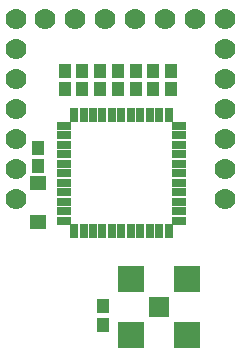
<source format=gts>
*
*
G04 PADS 9.3 Build Number: 433611 generated Gerber (RS-274-X) file*
G04 PC Version=2.1*
*
%IN "GPS.pcb"*%
*
%MOIN*%
*
%FSDAX24Y24*%
*
*
*
*
G04 PC Standard Apertures*
*
*
G04 Thermal Relief Aperture macro.*
%AMTER*
1,1,$1,0,0*
1,0,$1-$2,0,0*
21,0,$3,$4,0,0,45*
21,0,$3,$4,0,0,135*
%
*
*
G04 Annular Aperture macro.*
%AMANN*
1,1,$1,0,0*
1,0,$2,0,0*
%
*
*
G04 Odd Aperture macro.*
%AMODD*
1,1,$1,0,0*
1,0,$1-0.005,0,0*
%
*
*
G04 PC Custom Aperture Macros*
*
*
*
*
*
*
G04 PC Aperture Table*
*
%ADD010C,0.001*%
%ADD016R,0.04X0.048*%
%ADD019C,0.07*%
%ADD021R,0.04937X0.02575*%
%ADD022R,0.02575X0.04937*%
%ADD075R,0.05803X0.04583*%
%ADD076R,0.06984X0.06984*%
%ADD077R,0.0852X0.0852*%
*
*
*
*
G04 PC Circuitry*
G04 Layer Name GPS.pcb - circuitry*
%LPD*%
*
*
G04 PC Custom Flashes*
G04 Layer Name GPS.pcb - flashes*
%LPD*%
*
*
G04 PC Circuitry*
G04 Layer Name GPS.pcb - circuitry*
%LPD*%
*
G54D10*
G54D16*
G01X013937Y019443D03*
Y018823D03*
X015118D03*
Y019443D03*
X012755Y018823D03*
Y019443D03*
X013440Y011590D03*
Y010970D03*
X015708Y018823D03*
Y019443D03*
X012165D03*
Y018823D03*
X014527D03*
Y019443D03*
X013346D03*
Y018823D03*
X011280Y016250D03*
Y016870D03*
G54D19*
X011520Y021181D03*
X012520D03*
X013520D03*
X014520D03*
X015520D03*
X016520D03*
X010551D03*
Y020181D03*
Y019181D03*
Y018181D03*
Y017181D03*
Y016181D03*
Y015181D03*
X017520Y021181D03*
Y020181D03*
Y019181D03*
Y018181D03*
Y017181D03*
Y016181D03*
Y015181D03*
G54D21*
X012126Y017598D03*
Y017283D03*
Y016968D03*
Y016653D03*
Y016338D03*
Y016023D03*
Y015708D03*
Y015393D03*
Y015078D03*
Y014763D03*
Y014448D03*
X015984D03*
Y014763D03*
Y015078D03*
Y015393D03*
Y015708D03*
Y016023D03*
Y016338D03*
Y016653D03*
Y016968D03*
Y017283D03*
Y017598D03*
G54D22*
X015629Y017952D03*
X015315D03*
X015000D03*
X014685D03*
X014370D03*
X014055D03*
X013740D03*
X013425D03*
X013110D03*
X012795D03*
X012480D03*
Y014094D03*
X012795D03*
X013110D03*
X013425D03*
X013740D03*
X014055D03*
X014370D03*
X014685D03*
X015000D03*
X015315D03*
X015629D03*
G54D75*
X011280Y015685D03*
Y014394D03*
G54D76*
X015315Y011574D03*
G54D77*
X014381Y012507D03*
X016248D03*
Y010641D03*
X014381D03*
X000000Y000000D02*
M02*

</source>
